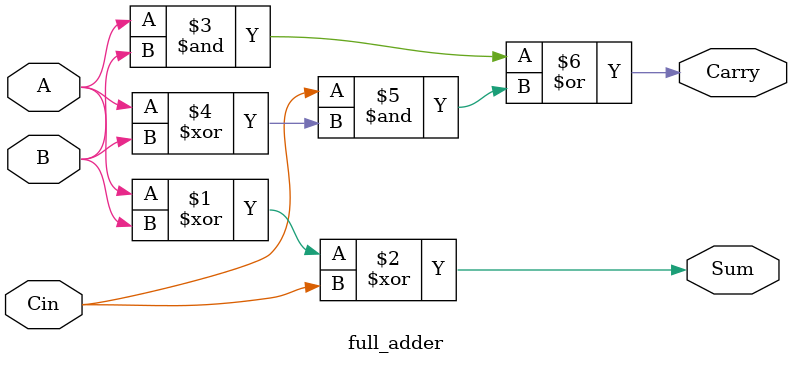
<source format=v>

`timescale 1ns / 1ps

module ripple_carry_adder_4bit(
    input[3:0] a,
    input[3:0] b,
    input cin,
    output[3:0] sum,
    output cout
    );
    wire[2:0] w;
    
    full_adder a1(.A(a[0]), .B(b[0]), .Cin(cin), .Carry(w0), .Sum(sum[0]));
    full_adder a2(.A(a[1]), .B(b[1]), .Cin(w0), .Carry(w1), .Sum(sum[1]));
    full_adder a3(.A(a[2]), .B(b[2]), .Cin(w1), .Carry(w2), .Sum(sum[2]));
    full_adder a4(.A(a[3]), .B(b[3]), .Cin(w2), .Carry(cout), .Sum(sum[3]));
   
endmodule

module full_adder(A,B,Cin,Carry,Sum);

input A,B,Cin;
output Carry,Sum;

assign Sum = A^B^Cin;
assign Carry = (A&B) | Cin & (A^B);

endmodule
</source>
